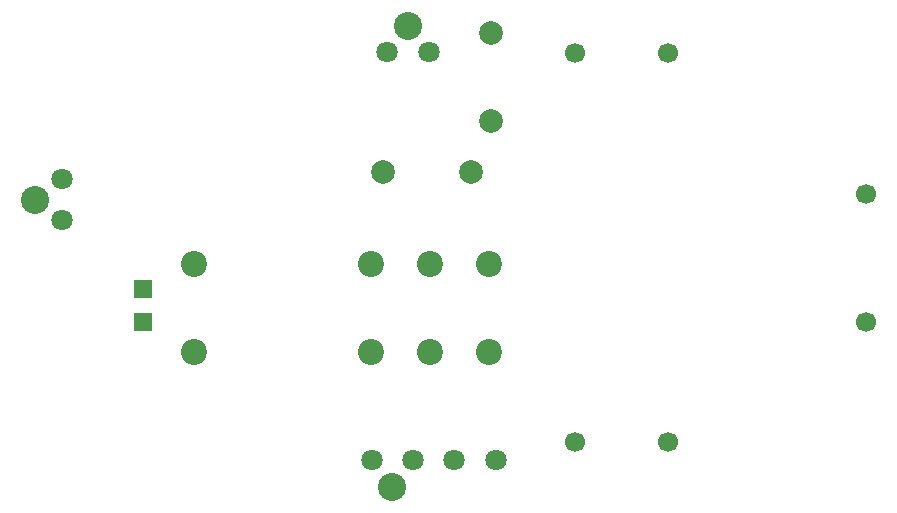
<source format=gbr>
G04 #@! TF.FileFunction,Soldermask,Top*
%FSLAX46Y46*%
G04 Gerber Fmt 4.6, Leading zero omitted, Abs format (unit mm)*
G04 Created by KiCad (PCBNEW 4.0.7-e2-6376~58~ubuntu16.04.1) date Mon Nov 27 21:16:57 2017*
%MOMM*%
%LPD*%
G01*
G04 APERTURE LIST*
%ADD10C,0.100000*%
%ADD11C,2.200000*%
%ADD12C,1.700000*%
%ADD13R,1.600000X1.600000*%
%ADD14C,2.000000*%
%ADD15C,1.797000*%
%ADD16C,2.381000*%
G04 APERTURE END LIST*
D10*
D11*
X137094000Y-105530000D03*
X137094000Y-113030000D03*
X132094000Y-113030000D03*
X117094000Y-113030000D03*
X117094000Y-105530000D03*
X132094000Y-105530000D03*
X142094000Y-113030000D03*
X142094000Y-105530000D03*
D12*
X173990000Y-110490000D03*
X173990000Y-99590000D03*
D13*
X112776000Y-107693000D03*
X112776000Y-110493000D03*
D14*
X142240000Y-93472000D03*
X142250000Y-85972000D03*
X140589000Y-97790000D03*
X133089000Y-97780000D03*
D15*
X133477000Y-87630000D03*
X136977000Y-87630000D03*
D16*
X135227000Y-85400000D03*
D15*
X105918000Y-101854000D03*
X105918000Y-98354000D03*
D16*
X103688000Y-100104000D03*
D15*
X135664000Y-122174000D03*
X132164000Y-122174000D03*
D16*
X133914000Y-124404000D03*
D15*
X139164000Y-122174000D03*
X142664000Y-122174000D03*
D12*
X157226000Y-120650000D03*
X157226000Y-87650000D03*
X149352000Y-120650000D03*
X149352000Y-87650000D03*
M02*

</source>
